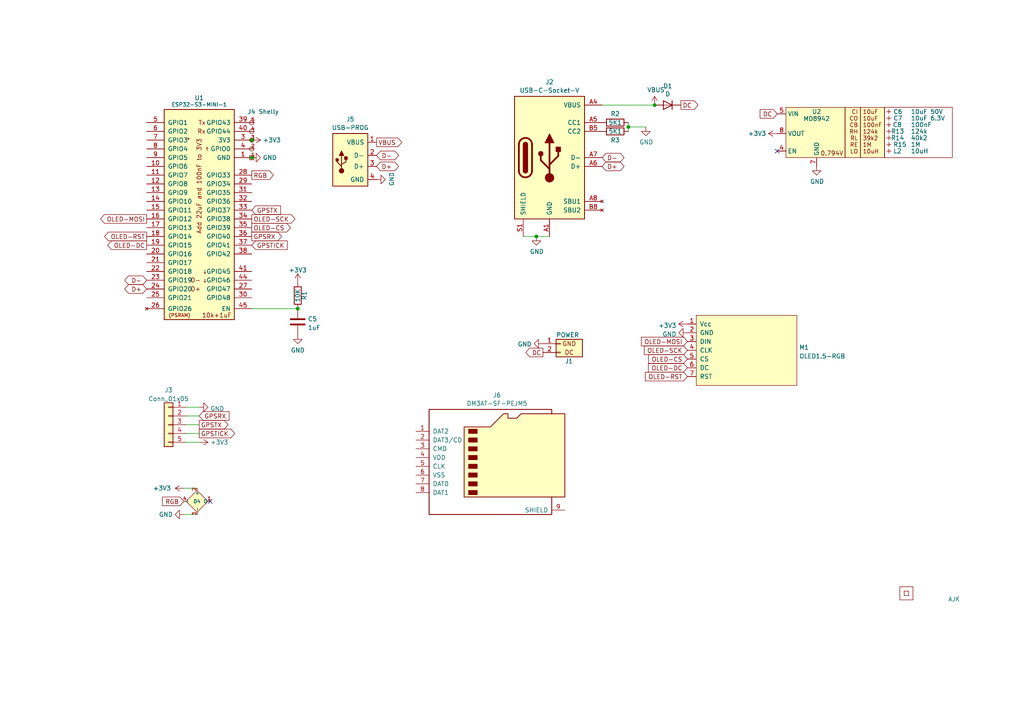
<source format=kicad_sch>
(kicad_sch (version 20230121) (generator eeschema)
  (paper "A4")
  (title_block (title "GPS reference") (date "${DATE}") (rev "1") (company "Adrian Kennard Andrews & Arnold Ltd") (comment 1 "@TheRealRevK") (comment 2 "www.me.uk"))
  (lib_symbols
    (symbol "Connector:Micro_SD_Card" (pin_names (offset 1.016))
      (property "Reference" "J" (at -16.51 15.24 0))
      (property "Value" "Micro_SD_Card" (at 16.51 15.24 0))
      (symbol "Micro_SD_Card_0_1"
        (rectangle (start -7.62 -9.525) (end -5.08 -10.795) (fill (type outline)))
        (rectangle (start -7.62 -6.985) (end -5.08 -8.255) (fill (type outline)))
        (rectangle (start -7.62 -4.445) (end -5.08 -5.715) (fill (type outline)))
        (rectangle (start -7.62 -1.905) (end -5.08 -3.175) (fill (type outline)))
        (rectangle (start -7.62 0.635) (end -5.08 -0.635) (fill (type outline)))
        (rectangle (start -7.62 3.175) (end -5.08 1.905) (fill (type outline)))
        (rectangle (start -7.62 5.715) (end -5.08 4.445) (fill (type outline)))
        (rectangle (start -7.62 8.255) (end -5.08 6.985) (fill (type outline)))
        (polyline (pts (xy 16.51 12.7) (xy 16.51 13.97) (xy -19.05 13.97) (xy -19.05 -16.51) (xy 16.51 -16.51) (xy 16.51 -11.43)) (stroke (width 0.254)))
        (polyline (pts (xy -8.89 -11.43) (xy -8.89 8.89) (xy -1.27 8.89) (xy 2.54 12.7) (xy 3.81 12.7) (xy 3.81 11.43) (xy 6.35 11.43) (xy 7.62 12.7) (xy 20.32 12.7) (xy 20.32 -11.43) (xy -8.89 -11.43)) (stroke (width 0.254)) (fill (type background)))
      )
      (symbol "Micro_SD_Card_1_1"
        (pin bidirectional line (at -22.86 7.62 0) (length 3.81) (name "DAT2") (number "1"))
        (pin bidirectional line (at -22.86 5.08 0) (length 3.81) (name "DAT3/CD") (number "2"))
        (pin input line (at -22.86 2.54 0) (length 3.81) (name "CMD") (number "3"))
        (pin power_in line (at -22.86 0 0) (length 3.81) (name "VDD") (number "4"))
        (pin input line (at -22.86 -2.54 0) (length 3.81) (name "CLK") (number "5"))
        (pin power_in line (at -22.86 -5.08 0) (length 3.81) (name "VSS") (number "6"))
        (pin bidirectional line (at -22.86 -7.62 0) (length 3.81) (name "DAT0") (number "7"))
        (pin bidirectional line (at -22.86 -10.16 0) (length 3.81) (name "DAT1") (number "8"))
        (pin passive line (at 20.32 -15.24 180) (length 3.81) (name "SHIELD") (number "9"))
      )
    )
    (symbol "Connector_Generic:Conn_01x05" (pin_names (offset 1.016) hide)
      (property "Reference" "J" (at 0 7.62 0))
      (property "Value" "Conn_01x05" (at 0 -7.62 0))
      (symbol "Conn_01x05_1_1"
        (rectangle (start -1.27 -4.953) (end 0 -5.207) (stroke (width 0.1524)))
        (rectangle (start -1.27 -2.413) (end 0 -2.667) (stroke (width 0.1524)))
        (rectangle (start -1.27 0.127) (end 0 -0.127) (stroke (width 0.1524)))
        (rectangle (start -1.27 2.667) (end 0 2.413) (stroke (width 0.1524)))
        (rectangle (start -1.27 5.207) (end 0 4.953) (stroke (width 0.1524)))
        (rectangle (start -1.27 6.35) (end 1.27 -6.35) (stroke (width 0.254)) (fill (type background)))
        (pin passive line (at -5.08 5.08 0) (length 3.81) (name "Pin_1") (number "1"))
        (pin passive line (at -5.08 2.54 0) (length 3.81) (name "Pin_2") (number "2"))
        (pin passive line (at -5.08 0 0) (length 3.81) (name "Pin_3") (number "3"))
        (pin passive line (at -5.08 -2.54 0) (length 3.81) (name "Pin_4") (number "4"))
        (pin passive line (at -5.08 -5.08 0) (length 3.81) (name "Pin_5") (number "5"))
      )
    )
    (symbol "Device:C" (pin_numbers hide) (pin_names (offset 0.254))
      (property "Reference" "C" (at 0.635 2.54 0))
      (property "Value" "C" (at 0.635 -2.54 0))
      (symbol "C_0_1"
        (polyline (pts (xy -2.032 -0.762) (xy 2.032 -0.762)) (stroke (width 0.508)))
        (polyline (pts (xy -2.032 0.762) (xy 2.032 0.762)) (stroke (width 0.508)))
      )
      (symbol "C_1_1"
        (pin passive line (at 0 3.81 270) (length 2.794) (name "~") (number "1"))
        (pin passive line (at 0 -3.81 90) (length 2.794) (name "~") (number "2"))
      )
    )
    (symbol "Device:D" (pin_numbers hide) (pin_names (offset 1.016) hide)
      (property "Reference" "D" (at 0 2.54 0))
      (property "Value" "D" (at 0 -2.54 0))
      (symbol "D_0_1"
        (polyline (pts (xy -1.27 1.27) (xy -1.27 -1.27)) (stroke (width 0.254)))
        (polyline (pts (xy 1.27 0) (xy -1.27 0)))
        (polyline (pts (xy 1.27 1.27) (xy 1.27 -1.27) (xy -1.27 0) (xy 1.27 1.27)) (stroke (width 0.254)))
      )
      (symbol "D_1_1"
        (pin passive line (at -3.81 0 0) (length 2.54) (name "K") (number "1"))
        (pin passive line (at 3.81 0 180) (length 2.54) (name "A") (number "2"))
      )
    )
    (symbol "Device:R" (pin_numbers hide) (pin_names (offset 0))
      (property "Reference" "R" (at 2.032 0 90))
      (property "Value" "R" (at 0 0 90))
      (symbol "R_0_1"
        (rectangle (start -1.016 -2.54) (end 1.016 2.54) (stroke (width 0.254)))
      )
      (symbol "R_1_1"
        (pin passive line (at 0 3.81 270) (length 1.27) (name "~") (number "1"))
        (pin passive line (at 0 -3.81 90) (length 1.27) (name "~") (number "2"))
      )
    )
    (symbol "RevK:AJK" (pin_names (offset 1.016)) (in_bom no)
      (property "Value" "AJK" (at 0 0 0))
    )
    (symbol "RevK:ESP32-S3-MINI-1-N4R2" (pin_names (offset 1.016))
      (property "Reference" "U" (at 0 27.94 0))
      (property "Value" "ESP32-S3-MINI-1-N4R2" (at 0 31.115 0))
      (symbol "ESP32-S3-MINI-1-N4R2_0_0"
        (rectangle (start -10.16 30.48) (end 10.16 -30.48) (stroke (width 0.254)) (fill (type background)))
      )
      (symbol "ESP32-S3-MINI-1-N4R2_1_1"
        (text "(PSRAM)" (at -5.715 -29.21 0) (effects (font (size 1 1))))
        (text "*" (at -3.175 21.59 0) (effects (font (size 1.27 1.27))))
        (text "10k+1uF" (at 5.08 -29.21 0) (effects (font (size 1.27 1.27))))
        (text "Add 22uF and 100nF to 3V3" (at 0 8.255 900) (effects (font (size 1.27 1.27))))
        (text "D+" (at -2.54 -21.59 0) (effects (font (size 1.27 1.27)) (justify left)))
        (text "D-" (at -2.54 -19.05 0) (effects (font (size 1.27 1.27)) (justify left)))
        (text "Rx" (at 1.905 24.13 0) (effects (font (size 1.27 1.27)) (justify right)))
        (text "Tx" (at 1.905 26.67 0) (effects (font (size 1.27 1.27)) (justify right)))
        (text "↑" (at 3.175 19.05 0) (effects (font (size 1.27 1.27)) (justify right)))
        (text "↓" (at 2.54 -19.05 0) (effects (font (size 1.27 1.27)) (justify right)))
        (text "↓" (at 2.54 -16.51 0) (effects (font (size 1.27 1.27)) (justify right)))
        (pin power_in line (at 15.24 16.51 180) (length 5.08) (name "GND") (number "1"))
        (pin passive line (at -15.24 13.97 0) (length 5.08) (name "GPIO6") (number "10"))
        (pin passive line (at -15.24 11.43 0) (length 5.08) (name "GPIO7") (number "11"))
        (pin passive line (at -15.24 8.89 0) (length 5.08) (name "GPIO8") (number "12"))
        (pin passive line (at -15.24 6.35 0) (length 5.08) (name "GPIO9") (number "13"))
        (pin passive line (at -15.24 3.81 0) (length 5.08) (name "GPIO10") (number "14"))
        (pin passive line (at -15.24 1.27 0) (length 5.08) (name "GPIO11") (number "15"))
        (pin passive line (at -15.24 -1.27 0) (length 5.08) (name "GPIO12") (number "16"))
        (pin passive line (at -15.24 -3.81 0) (length 5.08) (name "GPIO13") (number "17"))
        (pin passive line (at -15.24 -6.35 0) (length 5.08) (name "GPIO14") (number "18"))
        (pin passive line (at -15.24 -8.89 0) (length 5.08) (name "GPIO15") (number "19"))
        (pin power_in line (at 15.24 16.51 180) (length 5.08) hide (name "GND") (number "2"))
        (pin passive line (at -15.24 -11.43 0) (length 5.08) (name "GPIO16") (number "20"))
        (pin passive line (at -15.24 -13.97 0) (length 5.08) (name "GPIO17") (number "21"))
        (pin passive line (at -15.24 -16.51 0) (length 5.08) (name "GPIO18") (number "22"))
        (pin passive line (at -15.24 -19.05 0) (length 5.08) (name "GPIO19") (number "23"))
        (pin passive line (at -15.24 -21.59 0) (length 5.08) (name "GPIO20") (number "24"))
        (pin passive line (at -15.24 -24.13 0) (length 5.08) (name "GPIO21") (number "25"))
        (pin no_connect line (at -15.24 -27.305 0) (length 5.08) (name "GPIO26") (number "26"))
        (pin passive line (at 15.24 -21.59 180) (length 5.08) (name "GPIO47") (number "27"))
        (pin passive line (at 15.24 11.43 180) (length 5.08) (name "GPIO33") (number "28"))
        (pin passive line (at 15.24 8.89 180) (length 5.08) (name "GPIO34") (number "29"))
        (pin power_in line (at 15.24 21.59 180) (length 5.08) (name "3V3") (number "3"))
        (pin passive line (at 15.24 -24.13 180) (length 5.08) (name "GPIO48") (number "30"))
        (pin passive line (at 15.24 6.35 180) (length 5.08) (name "GPIO35") (number "31"))
        (pin passive line (at 15.24 3.81 180) (length 5.08) (name "GPIO36") (number "32"))
        (pin passive line (at 15.24 1.27 180) (length 5.08) (name "GPIO37") (number "33"))
        (pin passive line (at 15.24 -1.27 180) (length 5.08) (name "GPIO38") (number "34"))
        (pin passive line (at 15.24 -3.81 180) (length 5.08) (name "GPIO39") (number "35"))
        (pin passive line (at 15.24 -6.35 180) (length 5.08) (name "GPIO40") (number "36"))
        (pin passive line (at 15.24 -8.89 180) (length 5.08) (name "GPIO41") (number "37"))
        (pin passive line (at 15.24 -11.43 180) (length 5.08) (name "GPIO42") (number "38"))
        (pin passive line (at 15.24 26.67 180) (length 5.08) (name "GPIO43") (number "39"))
        (pin passive line (at 15.24 19.05 180) (length 5.08) (name "GPIO0") (number "4"))
        (pin passive line (at 15.24 24.13 180) (length 5.08) (name "GPIO44") (number "40"))
        (pin passive line (at 15.24 -16.51 180) (length 5.08) (name "GPIO45") (number "41"))
        (pin power_in line (at 15.24 16.51 180) (length 5.08) hide (name "GND") (number "42"))
        (pin power_in line (at 15.24 16.51 180) (length 5.08) hide (name "GND") (number "43"))
        (pin passive line (at 15.24 -19.05 180) (length 5.08) (name "GPIO46") (number "44"))
        (pin input line (at 15.24 -27.305 180) (length 5.08) (name "EN") (number "45"))
        (pin power_in line (at 15.24 16.51 180) (length 5.08) hide (name "GND") (number "46"))
        (pin power_in line (at 15.24 16.51 180) (length 5.08) hide (name "GND") (number "47"))
        (pin power_in line (at 15.24 16.51 180) (length 5.08) hide (name "GND") (number "48"))
        (pin power_in line (at 15.24 16.51 180) (length 5.08) hide (name "GND") (number "49"))
        (pin passive line (at -15.24 26.67 0) (length 5.08) (name "GPIO1") (number "5"))
        (pin power_in line (at 15.24 16.51 180) (length 5.08) hide (name "GND") (number "50"))
        (pin power_in line (at 15.24 16.51 180) (length 5.08) hide (name "GND") (number "51"))
        (pin power_in line (at 15.24 16.51 180) (length 5.08) hide (name "GND") (number "52"))
        (pin power_in line (at 15.24 16.51 180) (length 5.08) hide (name "GND") (number "53"))
        (pin power_in line (at 15.24 16.51 180) (length 5.08) hide (name "GND") (number "54"))
        (pin power_in line (at 15.24 16.51 180) (length 5.08) hide (name "GND") (number "55"))
        (pin power_in line (at 15.24 16.51 180) (length 5.08) hide (name "GND") (number "56"))
        (pin power_in line (at 15.24 16.51 180) (length 5.08) hide (name "GND") (number "57"))
        (pin power_in line (at 15.24 16.51 180) (length 5.08) hide (name "GND") (number "58"))
        (pin power_in line (at 15.24 16.51 180) (length 5.08) hide (name "GND") (number "59"))
        (pin passive line (at -15.24 24.13 0) (length 5.08) (name "GPIO2") (number "6"))
        (pin power_in line (at 15.24 16.51 180) (length 5.08) hide (name "GND") (number "60"))
        (pin power_in line (at 15.24 16.51 180) (length 5.08) hide (name "GND") (number "61"))
        (pin power_in line (at 15.24 16.51 180) (length 5.08) hide (name "GND") (number "62"))
        (pin power_in line (at 15.24 16.51 180) (length 5.08) hide (name "GND") (number "63"))
        (pin power_in line (at 15.24 16.51 180) (length 5.08) hide (name "GND") (number "64"))
        (pin power_in line (at 15.24 16.51 180) (length 5.08) hide (name "GND") (number "65"))
        (pin passive line (at -15.24 21.59 0) (length 5.08) (name "GPIO3") (number "7"))
        (pin passive line (at -15.24 19.05 0) (length 5.08) (name "GPIO4") (number "8"))
        (pin passive line (at -15.24 16.51 0) (length 5.08) (name "GPIO5") (number "9"))
      )
    )
    (symbol "RevK:Hidden" (pin_names (offset 1.016))
      (property "Reference" "Z" (at 0.635 0 0))
      (property "Value" "Hidden" (at 4.445 0 0))
      (symbol "Hidden_0_1"
        (polyline (pts (xy -0.635 0) (xy 0.635 0)) (stroke (width 0.1524)))
        (polyline (pts (xy 0 0.635) (xy 0 -0.635)) (stroke (width 0.1524)))
      )
      (symbol "Hidden_1_1"
        (pin no_connect non_logic (at 0 -2.54 90) (length 2.54) hide (name "~") (number "~"))
      )
    )
    (symbol "RevK:MD89420-RegBlock"
      (property "Reference" "U" (at -0.635 4.445 0))
      (property "Value" "MD8942" (at 0 6.35 0))
      (symbol "MD89420-RegBlock_1_1"
        (rectangle (start -8.89 7.62) (end 8.255 -6.985) (fill (type background)))
        (rectangle (start 8.255 7.62) (end 12.7 -6.985) (fill (type background)))
        (rectangle (start 12.7 7.62) (end 19.685 -6.985) (fill (type background)))
        (rectangle (start 19.685 7.62) (end 39.37 -6.985))
        (text "0.794V" (at 4.445 -5.715 0) (effects (font (size 1.27 1.27))))
        (text "10uF\n10uF\n100nF\n124k\n39k2\n1M\n10uH" (at 13.335 6.985 0) (effects (font (size 1.185 1.185)) (justify left top)))
        (text "CI\nCO\nCB\nRH\nRL\nRE\nLO" (at 12.065 6.985 0) (effects (font (size 1.185 1.185)) (justify right top)))
        (pin no_connect line (at 5.715 0 0) (length 2.54) hide (name "") (number "1"))
        (pin power_in line (at 0 -9.525 90) (length 2.54) hide (name "GND") (number "2"))
        (pin no_connect line (at 5.715 1.905 0) (length 2.54) hide (name "") (number "3"))
        (pin input line (at -11.43 -5.08 0) (length 2.54) (name "EN") (number "4"))
        (pin power_in line (at -11.43 5.715 0) (length 2.54) (name "VIN") (number "5"))
        (pin no_connect line (at 5.715 -1.905 0) (length 2.54) hide (name "") (number "6"))
        (pin power_in line (at 0 -9.525 90) (length 2.54) (name "GND") (number "7"))
        (pin power_out line (at -11.43 0 0) (length 2.54) (name "VOUT") (number "8"))
      )
    )
    (symbol "RevK:OLED1.5-RGB" (pin_names (offset 1.016))
      (property "Reference" "M" (at 17.78 2.54 0))
      (property "Value" "OLED1.5-RGB" (at 31.75 -1.27 0))
      (symbol "OLED1.5-RGB_0_1"
        (rectangle (start 2.54 0) (end 31.75 -20.32) (fill (type background)))
      )
      (symbol "OLED1.5-RGB_1_1"
        (pin power_in line (at 0 -2.54 0) (length 2.54) (name "Vcc") (number "1"))
        (pin power_in line (at 0 -5.08 0) (length 2.54) (name "GND") (number "2"))
        (pin input line (at 0 -7.62 0) (length 2.54) (name "DIN") (number "3"))
        (pin input line (at 0 -10.16 0) (length 2.54) (name "CLK") (number "4"))
        (pin input line (at 0 -12.7 0) (length 2.54) (name "CS") (number "5"))
        (pin input line (at 0 -15.24 0) (length 2.54) (name "DC") (number "6"))
        (pin input line (at 0 -17.78 0) (length 2.54) (name "RST") (number "7"))
      )
    )
    (symbol "RevK:PowerIn" (pin_names (offset 1.016) hide)
      (property "Reference" "J" (at 0 2.54 0))
      (property "Value" "PowerIn" (at 2.54 -5.08 0))
      (symbol "PowerIn_0_0"
        (text "DC" (at 2.54 -2.54 0) (effects (font (size 1.27 1.27))))
        (text "GND" (at 2.54 0 0) (effects (font (size 1.27 1.27))))
      )
      (symbol "PowerIn_1_1"
        (rectangle (start -1.27 -2.413) (end 0 -2.667) (stroke (width 0.1524)))
        (rectangle (start -1.27 0.127) (end 0 -0.127) (stroke (width 0.1524)))
        (rectangle (start -1.27 1.27) (end 6.35 -3.81) (stroke (width 0.254)) (fill (type background)))
        (pin passive line (at -5.08 0 0) (length 3.81) (name "GND") (number "1"))
        (pin power_out line (at -5.08 -2.54 0) (length 3.81) (name "DC") (number "2"))
      )
    )
    (symbol "RevK:QR" (pin_names (offset 1.016)) (in_bom no)
      (symbol "QR_0_1"
        (rectangle (start -1.905 -1.905) (end -1.905 1.905))
        (rectangle (start -1.905 1.905) (end 1.905 1.905))
        (rectangle (start -0.635 -0.635) (end -0.635 0.635))
        (rectangle (start -0.635 0.635) (end 0.635 0.635))
        (rectangle (start 0.635 -0.635) (end -0.635 -0.635))
        (rectangle (start 0.635 0.635) (end 0.635 -0.635))
        (rectangle (start 1.905 -1.905) (end -1.905 -1.905))
        (rectangle (start 1.905 1.905) (end 1.905 -1.905))
      )
    )
    (symbol "RevK:Shelly" (in_bom no)
      (property "Reference" "J" (at 2.54 -8.255 0))
      (property "Value" "Shelly" (at 2.54 9.525 0))
      (symbol "Shelly_0_1"
        (circle (center 0 -2.54) (radius 0.635) (stroke (width 0.1524)))
        (circle (center 0 0) (radius 0.635) (stroke (width 0.1524)))
        (circle (center 0 2.54) (radius 0.635) (stroke (width 0.1524)))
        (circle (center 0 5.08) (radius 0.635) (stroke (width 0.1524)))
        (rectangle (start 0.635 -5.715) (end -0.635 -4.445) (stroke (width 0.1524)))
      )
      (symbol "Shelly_1_1"
        (pin passive line (at 0 -5.08 0) (length 0.64) (name "GND") (number "1"))
        (pin passive line (at 0 -2.54 0) (length 0.64) (name "0") (number "2"))
        (pin passive line (at 0 0 0) (length 0.64) (name "3V3") (number "3"))
        (pin passive line (at 0 2.54 0) (length 0.64) (name "Rx") (number "4"))
        (pin passive line (at 0 5.08 0) (length 0.64) (name "Tx") (number "5"))
      )
    )
    (symbol "RevK:USB-C-Socket-H" (pin_names (offset 1.016))
      (property "Reference" "J" (at -10.16 19.05 0))
      (property "Value" "USB-C-Socket-V" (at 0.635 12.7 0))
      (symbol "USB-C-Socket-H_0_1"
        (rectangle (start -10.16 17.78) (end 10.16 -17.78) (stroke (width 0.254)) (fill (type background)))
        (arc (start -8.89 -3.81) (mid -6.985 -5.7067) (end -5.08 -3.81) (stroke (width 0.508)))
        (arc (start -7.62 -3.81) (mid -6.985 -4.4423) (end -6.35 -3.81) (stroke (width 0.254)))
        (arc (start -7.62 -3.81) (mid -6.985 -4.4423) (end -6.35 -3.81) (stroke (width 0.254)) (fill (type outline)))
        (rectangle (start -7.62 -3.81) (end -6.35 3.81) (stroke (width 0.254)) (fill (type outline)))
        (arc (start -6.35 3.81) (mid -6.985 4.4423) (end -7.62 3.81) (stroke (width 0.254)))
        (arc (start -6.35 3.81) (mid -6.985 4.4423) (end -7.62 3.81) (stroke (width 0.254)) (fill (type outline)))
        (arc (start -5.08 3.81) (mid -6.985 5.7067) (end -8.89 3.81) (stroke (width 0.508)))
        (circle (center -2.54 1.143) (radius 0.635) (stroke (width 0.254)) (fill (type outline)))
        (circle (center 0 -5.842) (radius 1.27) (fill (type outline)))
        (polyline (pts (xy -8.89 -3.81) (xy -8.89 3.81)) (stroke (width 0.508)))
        (polyline (pts (xy -5.08 3.81) (xy -5.08 -3.81)) (stroke (width 0.508)))
        (polyline (pts (xy 0 -5.842) (xy 0 4.318)) (stroke (width 0.508)))
        (polyline (pts (xy 0 -3.302) (xy -2.54 -0.762) (xy -2.54 0.508)) (stroke (width 0.508)))
        (polyline (pts (xy 0 -2.032) (xy 2.54 0.508) (xy 2.54 1.778)) (stroke (width 0.508)))
        (polyline (pts (xy -1.27 4.318) (xy 0 6.858) (xy 1.27 4.318) (xy -1.27 4.318)) (stroke (width 0.254)) (fill (type outline)))
        (rectangle (start 1.905 1.778) (end 3.175 3.048) (stroke (width 0.254)) (fill (type outline)))
      )
      (symbol "USB-C-Socket-H_1_1"
        (pin passive line (at 0 -22.86 90) (length 5.08) (name "GND") (number "A1"))
        (pin passive line (at 0 -22.86 90) (length 5.08) hide (name "GND") (number "A12"))
        (pin passive line (at 15.24 15.24 180) (length 5.08) (name "VBUS") (number "A4"))
        (pin bidirectional line (at 15.24 10.16 180) (length 5.08) (name "CC1") (number "A5"))
        (pin bidirectional line (at 15.24 -2.54 180) (length 5.08) (name "D+") (number "A6"))
        (pin bidirectional line (at 15.24 0 180) (length 5.08) (name "D-") (number "A7"))
        (pin no_connect line (at 15.24 -12.7 180) (length 5.08) (name "SBU1") (number "A8"))
        (pin passive line (at 15.24 15.24 180) (length 5.08) hide (name "VBUS") (number "A9"))
        (pin passive line (at 0 -22.86 90) (length 5.08) hide (name "GND") (number "B1"))
        (pin passive line (at 0 -22.86 90) (length 5.08) hide (name "GND") (number "B12"))
        (pin passive line (at 15.24 15.24 180) (length 5.08) hide (name "VBUS") (number "B4"))
        (pin bidirectional line (at 15.24 7.62 180) (length 5.08) (name "CC2") (number "B5"))
        (pin bidirectional line (at 15.24 -2.54 180) (length 5.08) hide (name "D+") (number "B6"))
        (pin bidirectional line (at 15.24 0 180) (length 5.08) hide (name "D-") (number "B7"))
        (pin no_connect line (at 15.24 -15.24 180) (length 5.08) (name "SBU2") (number "B8"))
        (pin passive line (at 15.24 15.24 180) (length 5.08) hide (name "VBUS") (number "B9"))
        (pin passive line (at -7.62 -22.86 90) (length 5.08) (name "SHIELD") (number "S1"))
      )
    )
    (symbol "RevK:USB-PROG" (pin_names (offset 1.016)) (in_bom no)
      (property "Reference" "J" (at -5.08 11.43 0))
      (property "Value" "USB-PROG" (at -5.08 8.89 0))
      (symbol "USB-PROG_0_1"
        (rectangle (start -5.08 -7.62) (end 5.08 7.62) (stroke (width 0.254)) (fill (type background)))
        (circle (center -3.81 0) (radius 0.381) (stroke (width 0.254)) (fill (type outline)))
        (circle (center -2.54 -3.175) (radius 0.635) (stroke (width 0.254)) (fill (type outline)))
        (rectangle (start -1.651 0.889) (end -0.889 0.127) (stroke (width 0.254)) (fill (type outline)))
        (polyline (pts (xy -3.175 1.27) (xy -1.905 1.27) (xy -2.54 2.54) (xy -3.175 1.27)) (stroke (width 0.254)) (fill (type outline)))
        (polyline (pts (xy -2.54 -2.54) (xy -2.54 -1.905) (xy -3.81 -0.635) (xy -3.81 0)) (stroke (width 0.254)))
        (polyline (pts (xy -2.54 -1.905) (xy -2.54 -1.27) (xy -1.27 -0.635) (xy -1.27 0.635)) (stroke (width 0.254)))
      )
      (symbol "USB-PROG_1_1"
        (polyline (pts (xy -2.54 -1.27) (xy -2.54 1.27)) (stroke (width 0.254)))
        (pin passive line (at 7.62 5.08 180) (length 2.54) (name "VBUS") (number "1"))
        (pin bidirectional line (at 7.62 1.27 180) (length 2.54) (name "D-") (number "2"))
        (pin bidirectional line (at 7.62 -1.905 180) (length 2.54) (name "D+") (number "3"))
        (pin passive line (at 7.62 -5.715 180) (length 2.54) (name "GND") (number "4"))
      )
    )
    (symbol "RevK:WS2812B-1mm" (pin_names (offset 0.254))
      (property "Reference" "D" (at 0 0 0))
      (symbol "WS2812B-1mm_1_1"
        (polyline (pts (xy 0 3.175) (xy 3.175 0) (xy 0 -3.175) (xy -3.175 0) (xy 0 3.175)) (fill (type background)))
        (pin output line (at 3.81 0 180) (length 0.5) (name "O") (number "1"))
        (pin power_in line (at 0 -3.81 90) (length 0.5) (name "+") (number "2"))
        (pin power_in line (at 0 3.81 270) (length 0.5) (name "-") (number "3"))
        (pin input line (at -3.81 0 0) (length 0.5) (name "I") (number "4"))
      )
    )
    (symbol "power:+3.3V" (power) (pin_names (offset 0))
      (property "Value" "+3.3V" (at 0 3.556 0))
      (symbol "+3.3V_0_1"
        (polyline (pts (xy -0.762 1.27) (xy 0 2.54)))
        (polyline (pts (xy 0 0) (xy 0 2.54)))
        (polyline (pts (xy 0 2.54) (xy 0.762 1.27)))
      )
      (symbol "+3.3V_1_1"
        (pin power_in line (at 0 0 90) (length 0) hide (name "+3V3") (number "1"))
      )
    )
    (symbol "power:GND" (power) (pin_names (offset 0))
      (property "Value" "GND" (at 0 -3.81 0))
      (symbol "GND_0_1"
        (polyline (pts (xy 0 0) (xy 0 -1.27) (xy 1.27 -1.27) (xy 0 -2.54) (xy -1.27 -1.27) (xy 0 -1.27)))
      )
      (symbol "GND_1_1"
        (pin power_in line (at 0 0 270) (length 0) hide (name "GND") (number "1"))
      )
    )
    (symbol "power:VBUS" (power) (pin_names (offset 0))
      (property "Value" "VBUS" (at 0 3.81 0))
      (symbol "VBUS_0_1"
        (polyline (pts (xy -0.762 1.27) (xy 0 2.54)))
        (polyline (pts (xy 0 0) (xy 0 2.54)))
        (polyline (pts (xy 0 2.54) (xy 0.762 1.27)))
      )
      (symbol "VBUS_1_1"
        (pin power_in line (at 0 0 90) (length 0) hide (name "VBUS") (number "1"))
      )
    )
  )
  (junction (at 73.025 40.64))
  (junction (at 182.245 36.83))
  (junction (at 73.025 45.72))
  (junction (at 155.575 68.58))
  (junction (at 86.36 89.535))
  (junction (at 189.865 30.48))
  (no_connect (at 60.96 145.415))
  (no_connect (at 225.425 43.815))
  (wire (pts (xy 53.975 123.19) (xy 57.785 123.19)))
  (wire (pts (xy 53.975 125.73) (xy 57.785 125.73)))
  (wire (pts (xy 53.975 118.11) (xy 57.785 118.11)))
  (wire (pts (xy 53.34 141.605) (xy 57.15 141.605)))
  (wire (pts (xy 53.975 128.27) (xy 57.785 128.27)))
  (wire (pts (xy 182.245 36.83) (xy 182.245 38.1)))
  (wire (pts (xy 187.325 36.83) (xy 182.245 36.83)))
  (wire (pts (xy 151.765 68.58) (xy 155.575 68.58)))
  (wire (pts (xy 53.34 149.225) (xy 57.15 149.225)))
  (wire (pts (xy 53.975 120.65) (xy 57.785 120.65)))
  (wire (pts (xy 174.625 30.48) (xy 189.865 30.48)))
  (wire (pts (xy 182.245 35.56) (xy 182.245 36.83)))
  (wire (pts (xy 73.025 89.535) (xy 86.36 89.535)))
  (wire (pts (xy 155.575 68.58) (xy 159.385 68.58)))
  (global_label "OLED-RST" (shape output) (at 42.545 68.58 180) (property "Intersheetrefs" "${INTERSHEET_REFS}" (effects hide)))
  (global_label "OLED-SCK" (shape input) (at 199.39 101.6 180) (property "Intersheetrefs" "${INTERSHEET_REFS}" (effects hide)))
  (global_label "D-" (shape bidirectional) (at 42.545 81.28 180) (property "Intersheetrefs" "${INTERSHEET_REFS}" (effects hide)))
  (global_label "GPSRX" (shape input) (at 57.785 120.65 0) (property "Intersheetrefs" "${INTERSHEET_REFS}" (effects hide)))
  (global_label "OLED-CS" (shape input) (at 199.39 104.14 180) (property "Intersheetrefs" "${INTERSHEET_REFS}" (effects hide)))
  (global_label "D+" (shape bidirectional) (at 42.545 83.82 180) (property "Intersheetrefs" "${INTERSHEET_REFS}" (effects hide)))
  (global_label "RGB" (shape input) (at 53.34 145.415 180) (property "Intersheetrefs" "${INTERSHEET_REFS}" (effects hide)))
  (global_label "OLED-CS" (shape output) (at 73.025 66.04 0) (property "Intersheetrefs" "${INTERSHEET_REFS}" (effects hide)))
  (global_label "D-" (shape bidirectional) (at 109.22 45.085 0) (property "Intersheetrefs" "${INTERSHEET_REFS}" (effects hide)))
  (global_label "OLED-SCK" (shape output) (at 73.025 63.5 0) (property "Intersheetrefs" "${INTERSHEET_REFS}" (effects hide)))
  (global_label "DC" (shape output) (at 197.485 30.48 0) (property "Intersheetrefs" "${INTERSHEET_REFS}" (effects hide)))
  (global_label "OLED-MOSI" (shape output) (at 42.545 63.5 180) (property "Intersheetrefs" "${INTERSHEET_REFS}" (effects hide)))
  (global_label "VBUS" (shape output) (at 109.22 41.275 0) (property "Intersheetrefs" "${INTERSHEET_REFS}" (effects hide)))
  (global_label "DC" (shape input) (at 225.425 33.02 180) (property "Intersheetrefs" "${INTERSHEET_REFS}" (effects hide)))
  (global_label "OLED-DC" (shape output) (at 42.545 71.12 180) (property "Intersheetrefs" "${INTERSHEET_REFS}" (effects hide)))
  (global_label "OLED-DC" (shape input) (at 199.39 106.68 180) (property "Intersheetrefs" "${INTERSHEET_REFS}" (effects hide)))
  (global_label "OLED-RST" (shape input) (at 199.39 109.22 180) (property "Intersheetrefs" "${INTERSHEET_REFS}" (effects hide)))
  (global_label "GPSTICK" (shape output) (at 57.785 125.73 0) (property "Intersheetrefs" "${INTERSHEET_REFS}" (effects hide)))
  (global_label "GPSTICK" (shape input) (at 73.025 71.12 0) (property "Intersheetrefs" "${INTERSHEET_REFS}" (effects hide)))
  (global_label "GPSTX" (shape output) (at 57.785 123.19 0) (property "Intersheetrefs" "${INTERSHEET_REFS}" (effects hide)))
  (global_label "D+" (shape bidirectional) (at 109.22 48.26 0) (property "Intersheetrefs" "${INTERSHEET_REFS}" (effects hide)))
  (global_label "D-" (shape bidirectional) (at 174.625 45.72 0) (property "Intersheetrefs" "${INTERSHEET_REFS}" (effects hide)))
  (global_label "GPSTX" (shape input) (at 73.025 60.96 0) (property "Intersheetrefs" "${INTERSHEET_REFS}" (effects hide)))
  (global_label "RGB" (shape output) (at 73.025 50.8 0) (property "Intersheetrefs" "${INTERSHEET_REFS}" (effects hide)))
  (global_label "DC" (shape output) (at 157.48 102.235 180) (property "Intersheetrefs" "${INTERSHEET_REFS}" (effects hide)))
  (global_label "OLED-MOSI" (shape input) (at 199.39 99.06 180) (property "Intersheetrefs" "${INTERSHEET_REFS}" (effects hide)))
  (global_label "GPSRX" (shape output) (at 73.025 68.58 0) (property "Intersheetrefs" "${INTERSHEET_REFS}" (effects hide)))
  (global_label "D+" (shape bidirectional) (at 174.625 48.26 0) (property "Intersheetrefs" "${INTERSHEET_REFS}" (effects hide)))
  (symbol (lib_id "Device:R") (at 178.435 35.56 90) (unit 1)
    (property "Reference" "R2" (at 178.435 33.02 90))
    (property "Value" "5K1" (at 178.435 35.56 90))
    (property "Footprint" "RevK:R_0402" (effects hide))
  )
  (symbol (lib_id "power:VBUS") (at 189.865 30.48 0) (unit 1)
    (property "Reference" "#PWR016" (effects hide))
    (property "Value" "VBUS" (at 190.246 26.0858 0))
  )
  (symbol (lib_id "power:GND") (at 187.325 36.83 0) (unit 1)
    (property "Reference" "#PWR017" (effects hide))
    (property "Value" "GND" (at 187.452 41.2242 0))
  )
  (symbol (lib_id "power:GND") (at 155.575 68.58 0) (unit 1)
    (property "Reference" "#PWR018" (effects hide))
    (property "Value" "GND" (at 155.702 72.9742 0))
  )
  (symbol (lib_id "Device:R") (at 178.435 38.1 270) (unit 1)
    (property "Reference" "R3" (at 178.435 40.64 90))
    (property "Value" "5K1" (at 178.435 38.1 90))
    (property "Footprint" "RevK:R_0402" (effects hide))
  )
  (symbol (lib_id "Device:D") (at 193.675 30.48 180) (unit 1)
    (property "Reference" "D1" (at 193.675 24.9682 0))
    (property "Value" "D" (at 193.675 27.2796 0))
    (property "Footprint" "RevK:D_1206" (effects hide))
  )
  (symbol (lib_id "RevK:PowerIn") (at 162.56 99.695 0) (unit 1) (in_bom no)
    (property "Reference" "J1" (at 163.83 104.775 0) (effects (justify left)))
    (property "Value" "POWER" (at 161.29 97.155 0) (effects (justify left)))
    (property "Footprint" "RevK:PTSM-HH1-2-RA" (effects hide))
  )
  (symbol (lib_id "power:GND") (at 86.36 97.155 0) (unit 1)
    (property "Reference" "#PWR030" (effects hide))
    (property "Value" "GND" (at 86.36 101.5984 0))
  )
  (symbol (lib_id "RevK:Hidden") (at 257.81 32.385 0) (unit 1)
    (property "Reference" "C6" (at 259.08 32.385 0) (effects (justify left)))
    (property "Value" "10uF 50V" (at 264.16 32.385 0) (effects (justify left)))
    (property "Footprint" "RevK:C_0603_" (effects hide))
    (property "LCSC Part #" "C1591" (effects hide))
  )
  (symbol (lib_id "power:+3.3V") (at 53.34 141.605 90) (unit 1)
    (property "Reference" "#PWR02" (effects hide))
    (property "Value" "+3.3V" (at 46.99 141.605 90))
  )
  (symbol (lib_id "RevK:WS2812B-1mm") (at 57.15 145.415 0) (mirror x) (unit 1)
    (property "Reference" "D4" (at 57.15 145.415 0) (effects (font (size 1 1))))
    (property "Value" "XL-1010RGBC-WS2812B" (effects hide))
    (property "Footprint" "RevK:SMD1010" (effects hide))
    (property "Datasheet" "https://datasheet.lcsc.com/lcsc/2301111010_XINGLIGHT-XL-1010RGBC-WS2812B_C5349953.pdf" (effects hide))
    (property "LCSC Part #" "C5349953" (effects hide))
  )
  (symbol (lib_id "RevK:Hidden") (at 257.81 41.91 0) (unit 1)
    (property "Reference" "R15" (at 259.08 41.91 0) (effects (justify left)))
    (property "Value" "1M" (at 264.16 41.91 0) (effects (justify left)))
    (property "Footprint" "RevK:R_0402_" (effects hide))
  )
  (symbol (lib_id "RevK:ESP32-S3-MINI-1-N4R2") (at 57.785 62.23 0) (unit 1)
    (property "Reference" "U1" (at 57.785 28.3932 0))
    (property "Value" "ESP32-S3-MINI-1" (at 57.785 30.3296 0) (effects (font (size 1.1 1.1))))
    (property "Footprint" "RevK:ESP32-S3-MINI-1" (effects hide))
    (property "Datasheet" "https://www.espressif.com/sites/default/files/documentation/esp32-s3-mini-1_mini-1u_datasheet_en.pdf" (effects hide))
    (property "LCSC Part #" "C3013941" (effects hide))
  )
  (symbol (lib_id "power:GND") (at 236.855 48.26 0) (unit 1)
    (property "Reference" "#PWR07" (effects hide))
    (property "Value" "GND" (at 236.982 52.6542 0))
  )
  (symbol (lib_id "RevK:Hidden") (at 257.81 40.005 270) (unit 1)
    (property "Reference" "R14" (at 260.35 40.005 90))
    (property "Value" "40k2" (at 264.16 40.005 90) (effects (justify left)))
    (property "Footprint" "RevK:R_0402_" (effects hide))
  )
  (symbol (lib_id "RevK:OLED1.5-RGB") (at 199.39 91.44 0) (unit 1)
    (property "Reference" "M1" (at 231.775 100.7653 0) (effects (justify left)))
    (property "Value" "OLED1.5-RGB" (at 231.775 103.3022 0) (effects (justify left)))
    (property "Footprint" "RevK:OLED1.5-RGB" (effects hide))
  )
  (symbol (lib_id "power:GND") (at 199.39 96.52 270) (unit 1)
    (property "Reference" "#PWR024" (effects hide))
    (property "Value" "GND" (at 196.2151 96.9538 90) (effects (justify right)))
  )
  (symbol (lib_id "RevK:USB-C-Socket-H") (at 159.385 45.72 0) (unit 1)
    (property "Reference" "J2" (at 159.385 23.7957 0))
    (property "Value" "USB-C-Socket-V" (at 159.385 26.2199 0))
    (property "Footprint" "RevK:USB-C-Socket-H" (effects hide))
    (property "LCSC Part #" "C709357" (effects hide))
  )
  (symbol (lib_id "power:GND") (at 157.48 99.695 270) (unit 1)
    (property "Reference" "#PWR09" (effects hide))
    (property "Value" "GND" (at 154.2288 99.822 90) (effects (justify right)))
  )
  (symbol (lib_id "RevK:Hidden") (at 257.81 38.1 0) (unit 1)
    (property "Reference" "R13" (at 260.35 38.1 0))
    (property "Value" "124k" (at 264.16 38.1 0) (effects (justify left)))
    (property "Footprint" "RevK:R_0402_" (effects hide))
  )
  (symbol (lib_id "power:GND") (at 53.34 149.225 270) (unit 1)
    (property "Reference" "#PWR03" (effects hide))
    (property "Value" "GND" (at 50.1651 149.225 90) (effects (justify right)))
  )
  (symbol (lib_id "Device:R") (at 86.36 85.725 0) (unit 1)
    (property "Reference" "R1" (at 88.265 85.725 90))
    (property "Value" "10K" (at 86.36 85.725 90))
    (property "Footprint" "RevK:R_0402" (effects hide))
  )
  (symbol (lib_id "Connector:Micro_SD_Card") (at 143.51 132.715 0) (unit 1)
    (property "Reference" "J6" (at 144.145 114.6007 0))
    (property "Value" "DM3AT-SF-PEJM5" (at 144.145 117.0249 0))
    (property "Footprint" "Connector_Card:microSD_HC_Hirose_DM3AT-SF-PEJM5" (effects hide))
    (property "Datasheet" "http://katalog.we-online.de/em/datasheet/693072010801.pdf" (effects hide))
  )
  (symbol (lib_id "Connector_Generic:Conn_01x05") (at 48.895 123.19 0) (mirror y) (unit 1)
    (property "Reference" "J3" (at 48.895 113.1402 0))
    (property "Value" "Conn_01x05" (at 48.895 115.6771 0))
    (property "Footprint" "RevK:PTSM-HH-5-RA-SMD" (effects hide))
  )
  (symbol (lib_id "RevK:USB-PROG") (at 101.6 46.355 0) (unit 1) (in_bom no)
    (property "Reference" "J5" (at 101.6 34.5907 0))
    (property "Value" "USB-PROG" (at 101.6 37.0149 0))
    (property "Footprint" "RevK:USB-PROG" (effects hide))
    (property "Datasheet" " ~" (effects hide))
  )
  (symbol (lib_id "power:+3.3V") (at 57.785 128.27 270) (unit 1)
    (property "Reference" "#PWR028" (effects hide))
    (property "Value" "+3.3V" (at 60.96 128.27 90) (effects (justify left)))
  )
  (symbol (lib_id "power:GND") (at 109.22 52.07 90) (unit 1)
    (property "Reference" "#PWR05" (effects hide))
    (property "Value" "GND" (at 113.6142 51.943 0))
  )
  (symbol (lib_id "RevK:AJK") (at 274.32 173.355 0) (unit 1) (in_bom no)
    (property "Reference" "Logo2" (effects hide))
    (property "Value" "AJK" (at 274.955 173.7888 0) (effects (justify left)))
    (property "Footprint" "RevK:AJK" (effects hide))
    (property "Note" "Non part, PCB printed" (effects hide))
  )
  (symbol (lib_id "power:+3.3V") (at 86.36 81.915 0) (unit 1)
    (property "Reference" "#PWR029" (effects hide))
    (property "Value" "+3.3V" (at 86.36 78.3392 0))
  )
  (symbol (lib_id "RevK:Hidden") (at 257.81 34.29 0) (unit 1)
    (property "Reference" "C7" (at 259.08 34.29 0) (effects (justify left)))
    (property "Value" "10uF 6.3V" (at 264.16 34.29 0) (effects (justify left)))
    (property "Footprint" "RevK:C_0603_" (effects hide))
    (property "LCSC Part #" "C1691" (effects hide))
  )
  (symbol (lib_id "RevK:Shelly") (at 73.025 40.64 0) (unit 1) (in_bom no)
    (property "Reference" "J4" (at 71.755 32.385 0) (effects (justify left)))
    (property "Value" "Shelly" (at 74.93 32.385 0) (effects (justify left)))
    (property "Footprint" "RevK:Shelly" (effects hide))
  )
  (symbol (lib_id "power:GND") (at 73.025 45.72 90) (unit 1)
    (property "Reference" "#PWR04" (effects hide))
    (property "Value" "GND" (at 76.2 45.72 90) (effects (justify right)))
  )
  (symbol (lib_id "RevK:Hidden") (at 257.81 36.195 90) (unit 1)
    (property "Reference" "C8" (at 261.62 36.195 90) (effects (justify left)))
    (property "Value" "100nF" (at 264.16 36.195 90) (effects (justify right)))
    (property "Footprint" "RevK:C_0603_" (effects hide))
  )
  (symbol (lib_id "RevK:MD89420-RegBlock") (at 236.855 38.735 0) (unit 1)
    (property "Reference" "U2" (at 236.855 32.385 0))
    (property "Value" "MD8942" (at 236.855 34.433 0))
    (property "Footprint" "RevK:SOT-23-6-MD8942" (effects hide))
    (property "Datasheet" "https://datasheet.lcsc.com/lcsc/2101111937_Shanghai-Mingda-Microelectronics-MD8942_C2684786.pdf" (effects hide))
    (property "LCSC Part #" "C2684786" (effects hide))
  )
  (symbol (lib_id "power:+3.3V") (at 199.39 93.98 90) (unit 1)
    (property "Reference" "#PWR023" (effects hide))
    (property "Value" "+3.3V" (at 196.215 94.4138 90) (effects (justify left)))
  )
  (symbol (lib_id "power:+3.3V") (at 225.425 38.735 90) (unit 1)
    (property "Reference" "#PWR06" (effects hide))
    (property "Value" "+3.3V" (at 222.25 38.735 90) (effects (justify left)))
  )
  (symbol (lib_id "RevK:QR") (at 262.89 172.085 0) (unit 1) (in_bom no)
    (property "Reference" "U5" (effects hide))
    (property "Value" "QR" (effects hide))
    (property "Footprint" "RevK:QR-SS" (effects hide))
    (property "Note" "Non part, PCB printed" (effects hide))
  )
  (symbol (lib_id "Device:C") (at 86.36 93.345 0) (unit 1)
    (property "Reference" "C5" (at 89.281 92.5103 0) (effects (justify left)))
    (property "Value" "1uF" (at 89.281 95.0472 0) (effects (justify left)))
    (property "Footprint" "RevK:C_0402" (effects hide))
  )
  (symbol (lib_id "power:+3.3V") (at 73.025 40.64 270) (unit 1)
    (property "Reference" "#PWR01" (effects hide))
    (property "Value" "+3.3V" (at 76.2 40.64 90) (effects (justify left)))
  )
  (symbol (lib_id "power:GND") (at 57.785 118.11 90) (unit 1)
    (property "Reference" "#PWR025" (effects hide))
    (property "Value" "GND" (at 60.96 118.5438 90) (effects (justify right)))
  )
  (symbol (lib_id "RevK:Hidden") (at 257.81 43.815 90) (unit 1)
    (property "Reference" "L2" (at 259.08 43.815 90) (effects (justify right)))
    (property "Value" "10uH" (at 264.16 43.815 90) (effects (justify right)))
    (property "Footprint" "RevK:L_4x4_" (effects hide))
  )
)
</source>
